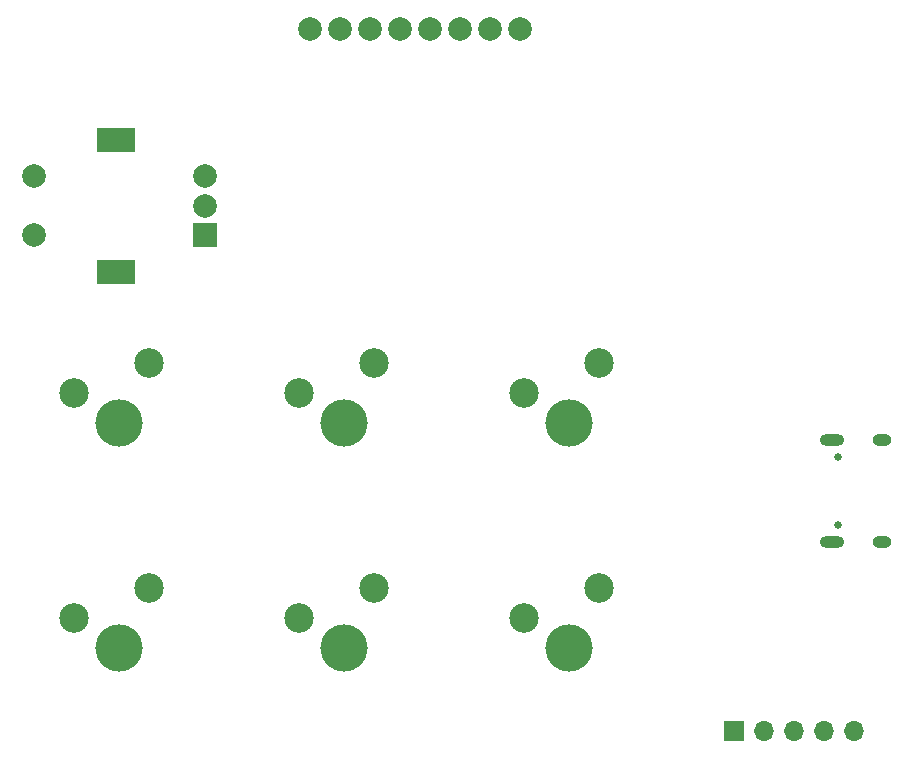
<source format=gbr>
%TF.GenerationSoftware,KiCad,Pcbnew,(6.0.4)*%
%TF.CreationDate,2022-05-01T14:15:37+08:00*%
%TF.ProjectId,S3_module,53335f6d-6f64-4756-9c65-2e6b69636164,rev?*%
%TF.SameCoordinates,Original*%
%TF.FileFunction,Soldermask,Bot*%
%TF.FilePolarity,Negative*%
%FSLAX46Y46*%
G04 Gerber Fmt 4.6, Leading zero omitted, Abs format (unit mm)*
G04 Created by KiCad (PCBNEW (6.0.4)) date 2022-05-01 14:15:37*
%MOMM*%
%LPD*%
G01*
G04 APERTURE LIST*
%ADD10R,1.700000X1.700000*%
%ADD11O,1.700000X1.700000*%
%ADD12C,4.000000*%
%ADD13C,2.500000*%
%ADD14C,2.000000*%
%ADD15R,2.000000X2.000000*%
%ADD16R,3.200000X2.000000*%
%ADD17C,0.650000*%
%ADD18O,2.100000X1.000000*%
%ADD19O,1.600000X1.000000*%
G04 APERTURE END LIST*
D10*
%TO.C,J2*%
X166375000Y-145415000D03*
D11*
X168915000Y-145415000D03*
X171455000Y-145415000D03*
X173995000Y-145415000D03*
X176535000Y-145415000D03*
%TD*%
D12*
%TO.C,SW4*%
X114300000Y-119380000D03*
D13*
X110490000Y-116840000D03*
X116840000Y-114300000D03*
%TD*%
D14*
%TO.C,U6*%
X130429000Y-86020000D03*
X132969000Y-86020000D03*
X135509000Y-86020000D03*
X138049000Y-86020000D03*
X140589000Y-86020000D03*
X143129000Y-86020000D03*
X145669000Y-86020000D03*
X148209000Y-86020000D03*
%TD*%
D12*
%TO.C,SW9*%
X152400000Y-138430000D03*
D13*
X148590000Y-135890000D03*
X154940000Y-133350000D03*
%TD*%
D15*
%TO.C,SW3*%
X121550000Y-103465000D03*
D14*
X121550000Y-98465000D03*
X121550000Y-100965000D03*
D16*
X114050000Y-106565000D03*
X114050000Y-95365000D03*
D14*
X107050000Y-98465000D03*
X107050000Y-103465000D03*
%TD*%
D12*
%TO.C,SW6*%
X133350000Y-119380000D03*
D13*
X129540000Y-116840000D03*
X135890000Y-114300000D03*
%TD*%
D12*
%TO.C,SW7*%
X133350000Y-138430000D03*
D13*
X129540000Y-135890000D03*
X135890000Y-133350000D03*
%TD*%
D17*
%TO.C,J1*%
X175200000Y-127985000D03*
X175200000Y-122205000D03*
D18*
X174670000Y-120775000D03*
X174670000Y-129415000D03*
D19*
X178850000Y-120775000D03*
X178850000Y-129415000D03*
%TD*%
D12*
%TO.C,SW5*%
X114300000Y-138430000D03*
D13*
X110490000Y-135890000D03*
X116840000Y-133350000D03*
%TD*%
D12*
%TO.C,SW8*%
X152400000Y-119380000D03*
D13*
X148590000Y-116840000D03*
X154940000Y-114300000D03*
%TD*%
M02*

</source>
